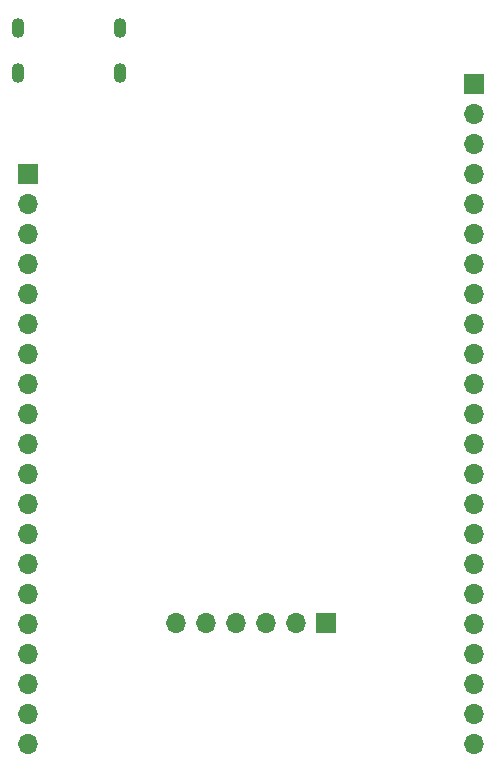
<source format=gbr>
%TF.GenerationSoftware,KiCad,Pcbnew,8.0.6*%
%TF.CreationDate,2025-01-09T22:28:07+01:00*%
%TF.ProjectId,samd21_breakout,73616d64-3231-45f6-9272-65616b6f7574,rev?*%
%TF.SameCoordinates,Original*%
%TF.FileFunction,Soldermask,Bot*%
%TF.FilePolarity,Negative*%
%FSLAX46Y46*%
G04 Gerber Fmt 4.6, Leading zero omitted, Abs format (unit mm)*
G04 Created by KiCad (PCBNEW 8.0.6) date 2025-01-09 22:28:07*
%MOMM*%
%LPD*%
G01*
G04 APERTURE LIST*
%ADD10R,1.700000X1.700000*%
%ADD11O,1.700000X1.700000*%
%ADD12O,1.100000X1.700000*%
G04 APERTURE END LIST*
D10*
%TO.C,J6*%
X130700000Y-127500000D03*
D11*
X128160000Y-127500000D03*
X125620000Y-127500000D03*
X123080000Y-127500000D03*
X120540000Y-127500000D03*
X118000000Y-127500000D03*
%TD*%
D10*
%TO.C,J5*%
X143250000Y-81870000D03*
D11*
X143250000Y-84410000D03*
X143250000Y-86950000D03*
X143250000Y-89490000D03*
X143250000Y-92030000D03*
X143250000Y-94570000D03*
X143250000Y-97110000D03*
X143250000Y-99650000D03*
X143250000Y-102190000D03*
X143250000Y-104730000D03*
X143250000Y-107270000D03*
X143250000Y-109810000D03*
X143250000Y-112350000D03*
X143250000Y-114890000D03*
X143250000Y-117430000D03*
X143250000Y-119970000D03*
X143250000Y-122510000D03*
X143250000Y-125050000D03*
X143250000Y-127590000D03*
X143250000Y-130130000D03*
X143250000Y-132670000D03*
X143250000Y-135210000D03*
X143250000Y-137750000D03*
%TD*%
D10*
%TO.C,J4*%
X105500000Y-89490000D03*
D11*
X105500000Y-92030000D03*
X105500000Y-94570000D03*
X105500000Y-97110000D03*
X105500000Y-99650000D03*
X105500000Y-102190000D03*
X105500000Y-104730000D03*
X105500000Y-107270000D03*
X105500000Y-109810000D03*
X105500000Y-112350000D03*
X105500000Y-114890000D03*
X105500000Y-117430000D03*
X105500000Y-119970000D03*
X105500000Y-122510000D03*
X105500000Y-125050000D03*
X105500000Y-127590000D03*
X105500000Y-130130000D03*
X105500000Y-132670000D03*
X105500000Y-135210000D03*
X105500000Y-137750000D03*
%TD*%
D12*
%TO.C,J3*%
X113320000Y-81000000D03*
X113320000Y-77200000D03*
X104680000Y-81000000D03*
X104680000Y-77200000D03*
%TD*%
M02*

</source>
